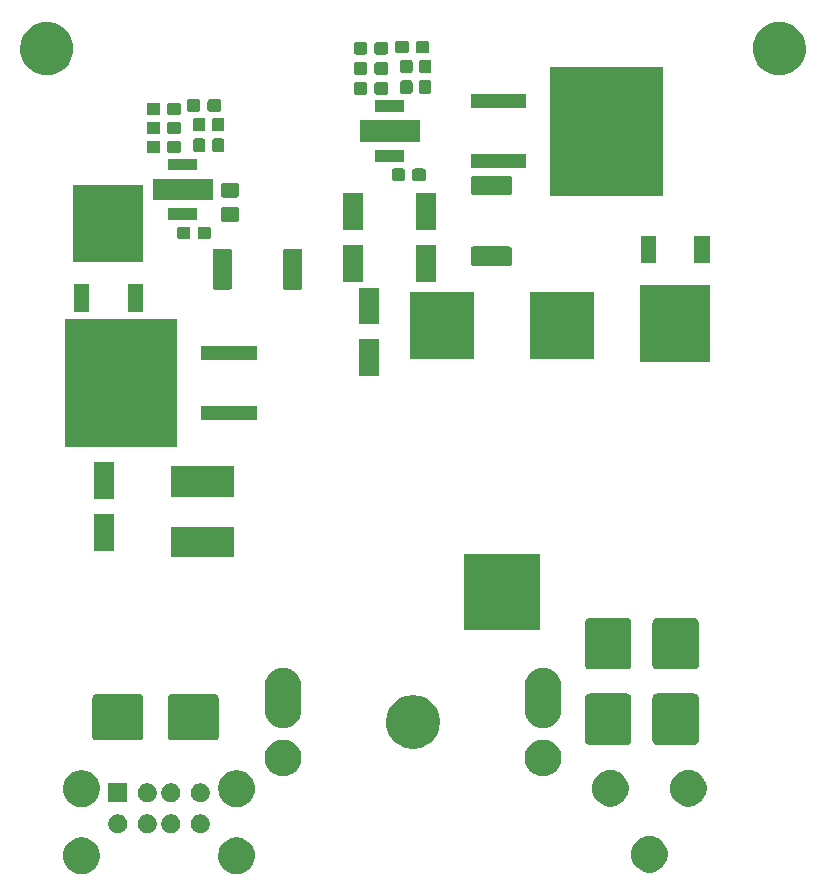
<source format=gts>
G04 #@! TF.GenerationSoftware,KiCad,Pcbnew,(5.0.1)-3*
G04 #@! TF.CreationDate,2019-05-15T20:24:53+02:00*
G04 #@! TF.ProjectId,Milwaukee_USB_charger,4D696C7761756B65655F5553425F6368,rev?*
G04 #@! TF.SameCoordinates,Original*
G04 #@! TF.FileFunction,Soldermask,Top*
G04 #@! TF.FilePolarity,Negative*
%FSLAX46Y46*%
G04 Gerber Fmt 4.6, Leading zero omitted, Abs format (unit mm)*
G04 Created by KiCad (PCBNEW (5.0.1)-3) date 15-May-19 20:24:53*
%MOMM*%
%LPD*%
G01*
G04 APERTURE LIST*
%ADD10C,0.100000*%
G04 APERTURE END LIST*
D10*
G36*
X85422527Y-105818736D02*
X85522410Y-105838604D01*
X85804674Y-105955521D01*
X86058705Y-106125259D01*
X86274741Y-106341295D01*
X86444479Y-106595326D01*
X86561396Y-106877590D01*
X86561396Y-106877591D01*
X86595142Y-107047240D01*
X86621000Y-107177240D01*
X86621000Y-107482760D01*
X86561396Y-107782410D01*
X86444479Y-108064674D01*
X86274741Y-108318705D01*
X86058705Y-108534741D01*
X85804674Y-108704479D01*
X85522410Y-108821396D01*
X85422527Y-108841264D01*
X85222762Y-108881000D01*
X84917238Y-108881000D01*
X84717473Y-108841264D01*
X84617590Y-108821396D01*
X84335326Y-108704479D01*
X84081295Y-108534741D01*
X83865259Y-108318705D01*
X83695521Y-108064674D01*
X83578604Y-107782410D01*
X83519000Y-107482760D01*
X83519000Y-107177240D01*
X83544859Y-107047240D01*
X83578604Y-106877591D01*
X83578604Y-106877590D01*
X83695521Y-106595326D01*
X83865259Y-106341295D01*
X84081295Y-106125259D01*
X84335326Y-105955521D01*
X84617590Y-105838604D01*
X84717473Y-105818736D01*
X84917238Y-105779000D01*
X85222762Y-105779000D01*
X85422527Y-105818736D01*
X85422527Y-105818736D01*
G37*
G36*
X72282527Y-105818736D02*
X72382410Y-105838604D01*
X72664674Y-105955521D01*
X72918705Y-106125259D01*
X73134741Y-106341295D01*
X73304479Y-106595326D01*
X73421396Y-106877590D01*
X73421396Y-106877591D01*
X73455142Y-107047240D01*
X73481000Y-107177240D01*
X73481000Y-107482760D01*
X73421396Y-107782410D01*
X73304479Y-108064674D01*
X73134741Y-108318705D01*
X72918705Y-108534741D01*
X72664674Y-108704479D01*
X72382410Y-108821396D01*
X72282527Y-108841264D01*
X72082762Y-108881000D01*
X71777238Y-108881000D01*
X71577473Y-108841264D01*
X71477590Y-108821396D01*
X71195326Y-108704479D01*
X70941295Y-108534741D01*
X70725259Y-108318705D01*
X70555521Y-108064674D01*
X70438604Y-107782410D01*
X70379000Y-107482760D01*
X70379000Y-107177240D01*
X70404859Y-107047240D01*
X70438604Y-106877591D01*
X70438604Y-106877590D01*
X70555521Y-106595326D01*
X70725259Y-106341295D01*
X70941295Y-106125259D01*
X71195326Y-105955521D01*
X71477590Y-105838604D01*
X71577473Y-105818736D01*
X71777238Y-105779000D01*
X72082762Y-105779000D01*
X72282527Y-105818736D01*
X72282527Y-105818736D01*
G37*
G36*
X120352527Y-105688736D02*
X120452410Y-105708604D01*
X120734674Y-105825521D01*
X120988705Y-105995259D01*
X121204741Y-106211295D01*
X121374479Y-106465326D01*
X121428326Y-106595326D01*
X121491396Y-106747591D01*
X121551000Y-107047238D01*
X121551000Y-107352762D01*
X121525141Y-107482762D01*
X121491396Y-107652410D01*
X121374479Y-107934674D01*
X121204741Y-108188705D01*
X120988705Y-108404741D01*
X120734674Y-108574479D01*
X120452410Y-108691396D01*
X120386637Y-108704479D01*
X120152762Y-108751000D01*
X119847238Y-108751000D01*
X119613363Y-108704479D01*
X119547590Y-108691396D01*
X119265326Y-108574479D01*
X119011295Y-108404741D01*
X118795259Y-108188705D01*
X118625521Y-107934674D01*
X118508604Y-107652410D01*
X118474859Y-107482762D01*
X118449000Y-107352762D01*
X118449000Y-107047238D01*
X118508604Y-106747591D01*
X118571674Y-106595326D01*
X118625521Y-106465326D01*
X118795259Y-106211295D01*
X119011295Y-105995259D01*
X119265326Y-105825521D01*
X119547590Y-105708604D01*
X119647473Y-105688736D01*
X119847238Y-105649000D01*
X120152762Y-105649000D01*
X120352527Y-105688736D01*
X120352527Y-105688736D01*
G37*
G36*
X77733643Y-103849781D02*
X77879415Y-103910162D01*
X78010611Y-103997824D01*
X78122176Y-104109389D01*
X78209838Y-104240585D01*
X78270219Y-104386357D01*
X78301000Y-104541107D01*
X78301000Y-104698893D01*
X78270219Y-104853643D01*
X78209838Y-104999415D01*
X78122176Y-105130611D01*
X78010611Y-105242176D01*
X77879415Y-105329838D01*
X77733643Y-105390219D01*
X77578893Y-105421000D01*
X77421107Y-105421000D01*
X77266357Y-105390219D01*
X77120585Y-105329838D01*
X76989389Y-105242176D01*
X76877824Y-105130611D01*
X76790162Y-104999415D01*
X76729781Y-104853643D01*
X76699000Y-104698893D01*
X76699000Y-104541107D01*
X76729781Y-104386357D01*
X76790162Y-104240585D01*
X76877824Y-104109389D01*
X76989389Y-103997824D01*
X77120585Y-103910162D01*
X77266357Y-103849781D01*
X77421107Y-103819000D01*
X77578893Y-103819000D01*
X77733643Y-103849781D01*
X77733643Y-103849781D01*
G37*
G36*
X82233643Y-103849781D02*
X82379415Y-103910162D01*
X82510611Y-103997824D01*
X82622176Y-104109389D01*
X82709838Y-104240585D01*
X82770219Y-104386357D01*
X82801000Y-104541107D01*
X82801000Y-104698893D01*
X82770219Y-104853643D01*
X82709838Y-104999415D01*
X82622176Y-105130611D01*
X82510611Y-105242176D01*
X82379415Y-105329838D01*
X82233643Y-105390219D01*
X82078893Y-105421000D01*
X81921107Y-105421000D01*
X81766357Y-105390219D01*
X81620585Y-105329838D01*
X81489389Y-105242176D01*
X81377824Y-105130611D01*
X81290162Y-104999415D01*
X81229781Y-104853643D01*
X81199000Y-104698893D01*
X81199000Y-104541107D01*
X81229781Y-104386357D01*
X81290162Y-104240585D01*
X81377824Y-104109389D01*
X81489389Y-103997824D01*
X81620585Y-103910162D01*
X81766357Y-103849781D01*
X81921107Y-103819000D01*
X82078893Y-103819000D01*
X82233643Y-103849781D01*
X82233643Y-103849781D01*
G37*
G36*
X75233643Y-103849781D02*
X75379415Y-103910162D01*
X75510611Y-103997824D01*
X75622176Y-104109389D01*
X75709838Y-104240585D01*
X75770219Y-104386357D01*
X75801000Y-104541107D01*
X75801000Y-104698893D01*
X75770219Y-104853643D01*
X75709838Y-104999415D01*
X75622176Y-105130611D01*
X75510611Y-105242176D01*
X75379415Y-105329838D01*
X75233643Y-105390219D01*
X75078893Y-105421000D01*
X74921107Y-105421000D01*
X74766357Y-105390219D01*
X74620585Y-105329838D01*
X74489389Y-105242176D01*
X74377824Y-105130611D01*
X74290162Y-104999415D01*
X74229781Y-104853643D01*
X74199000Y-104698893D01*
X74199000Y-104541107D01*
X74229781Y-104386357D01*
X74290162Y-104240585D01*
X74377824Y-104109389D01*
X74489389Y-103997824D01*
X74620585Y-103910162D01*
X74766357Y-103849781D01*
X74921107Y-103819000D01*
X75078893Y-103819000D01*
X75233643Y-103849781D01*
X75233643Y-103849781D01*
G37*
G36*
X79733643Y-103849781D02*
X79879415Y-103910162D01*
X80010611Y-103997824D01*
X80122176Y-104109389D01*
X80209838Y-104240585D01*
X80270219Y-104386357D01*
X80301000Y-104541107D01*
X80301000Y-104698893D01*
X80270219Y-104853643D01*
X80209838Y-104999415D01*
X80122176Y-105130611D01*
X80010611Y-105242176D01*
X79879415Y-105329838D01*
X79733643Y-105390219D01*
X79578893Y-105421000D01*
X79421107Y-105421000D01*
X79266357Y-105390219D01*
X79120585Y-105329838D01*
X78989389Y-105242176D01*
X78877824Y-105130611D01*
X78790162Y-104999415D01*
X78729781Y-104853643D01*
X78699000Y-104698893D01*
X78699000Y-104541107D01*
X78729781Y-104386357D01*
X78790162Y-104240585D01*
X78877824Y-104109389D01*
X78989389Y-103997824D01*
X79120585Y-103910162D01*
X79266357Y-103849781D01*
X79421107Y-103819000D01*
X79578893Y-103819000D01*
X79733643Y-103849781D01*
X79733643Y-103849781D01*
G37*
G36*
X85422527Y-100138736D02*
X85522410Y-100158604D01*
X85804674Y-100275521D01*
X86058705Y-100445259D01*
X86274741Y-100661295D01*
X86444479Y-100915326D01*
X86545656Y-101159591D01*
X86561396Y-101197591D01*
X86621000Y-101497238D01*
X86621000Y-101802762D01*
X86597459Y-101921108D01*
X86561396Y-102102410D01*
X86444479Y-102384674D01*
X86274741Y-102638705D01*
X86058705Y-102854741D01*
X85804674Y-103024479D01*
X85522410Y-103141396D01*
X85422527Y-103161264D01*
X85222762Y-103201000D01*
X84917238Y-103201000D01*
X84717473Y-103161264D01*
X84617590Y-103141396D01*
X84335326Y-103024479D01*
X84081295Y-102854741D01*
X83865259Y-102638705D01*
X83695521Y-102384674D01*
X83578604Y-102102410D01*
X83542541Y-101921108D01*
X83519000Y-101802762D01*
X83519000Y-101497238D01*
X83578604Y-101197591D01*
X83594344Y-101159591D01*
X83695521Y-100915326D01*
X83865259Y-100661295D01*
X84081295Y-100445259D01*
X84335326Y-100275521D01*
X84617590Y-100158604D01*
X84717473Y-100138736D01*
X84917238Y-100099000D01*
X85222762Y-100099000D01*
X85422527Y-100138736D01*
X85422527Y-100138736D01*
G37*
G36*
X72282527Y-100138736D02*
X72382410Y-100158604D01*
X72664674Y-100275521D01*
X72918705Y-100445259D01*
X73134741Y-100661295D01*
X73304479Y-100915326D01*
X73405656Y-101159591D01*
X73421396Y-101197591D01*
X73481000Y-101497238D01*
X73481000Y-101802762D01*
X73457459Y-101921108D01*
X73421396Y-102102410D01*
X73304479Y-102384674D01*
X73134741Y-102638705D01*
X72918705Y-102854741D01*
X72664674Y-103024479D01*
X72382410Y-103141396D01*
X72282527Y-103161264D01*
X72082762Y-103201000D01*
X71777238Y-103201000D01*
X71577473Y-103161264D01*
X71477590Y-103141396D01*
X71195326Y-103024479D01*
X70941295Y-102854741D01*
X70725259Y-102638705D01*
X70555521Y-102384674D01*
X70438604Y-102102410D01*
X70402541Y-101921108D01*
X70379000Y-101802762D01*
X70379000Y-101497238D01*
X70438604Y-101197591D01*
X70454344Y-101159591D01*
X70555521Y-100915326D01*
X70725259Y-100661295D01*
X70941295Y-100445259D01*
X71195326Y-100275521D01*
X71477590Y-100158604D01*
X71577473Y-100138736D01*
X71777238Y-100099000D01*
X72082762Y-100099000D01*
X72282527Y-100138736D01*
X72282527Y-100138736D01*
G37*
G36*
X117041799Y-100099000D02*
X117150410Y-100120604D01*
X117432674Y-100237521D01*
X117686705Y-100407259D01*
X117902741Y-100623295D01*
X118072479Y-100877326D01*
X118189396Y-101159590D01*
X118189396Y-101159591D01*
X118249000Y-101459238D01*
X118249000Y-101764762D01*
X118209264Y-101964527D01*
X118189396Y-102064410D01*
X118072479Y-102346674D01*
X117902741Y-102600705D01*
X117686705Y-102816741D01*
X117432674Y-102986479D01*
X117150410Y-103103396D01*
X117050527Y-103123264D01*
X116850762Y-103163000D01*
X116545238Y-103163000D01*
X116345473Y-103123264D01*
X116245590Y-103103396D01*
X115963326Y-102986479D01*
X115709295Y-102816741D01*
X115493259Y-102600705D01*
X115323521Y-102346674D01*
X115206604Y-102064410D01*
X115186736Y-101964527D01*
X115147000Y-101764762D01*
X115147000Y-101459238D01*
X115206604Y-101159591D01*
X115206604Y-101159590D01*
X115323521Y-100877326D01*
X115493259Y-100623295D01*
X115709295Y-100407259D01*
X115963326Y-100237521D01*
X116245590Y-100120604D01*
X116354201Y-100099000D01*
X116545238Y-100061000D01*
X116850762Y-100061000D01*
X117041799Y-100099000D01*
X117041799Y-100099000D01*
G37*
G36*
X123645799Y-100099000D02*
X123754410Y-100120604D01*
X124036674Y-100237521D01*
X124290705Y-100407259D01*
X124506741Y-100623295D01*
X124676479Y-100877326D01*
X124793396Y-101159590D01*
X124793396Y-101159591D01*
X124853000Y-101459238D01*
X124853000Y-101764762D01*
X124813264Y-101964527D01*
X124793396Y-102064410D01*
X124676479Y-102346674D01*
X124506741Y-102600705D01*
X124290705Y-102816741D01*
X124036674Y-102986479D01*
X123754410Y-103103396D01*
X123654527Y-103123264D01*
X123454762Y-103163000D01*
X123149238Y-103163000D01*
X122949473Y-103123264D01*
X122849590Y-103103396D01*
X122567326Y-102986479D01*
X122313295Y-102816741D01*
X122097259Y-102600705D01*
X121927521Y-102346674D01*
X121810604Y-102064410D01*
X121790736Y-101964527D01*
X121751000Y-101764762D01*
X121751000Y-101459238D01*
X121810604Y-101159591D01*
X121810604Y-101159590D01*
X121927521Y-100877326D01*
X122097259Y-100623295D01*
X122313295Y-100407259D01*
X122567326Y-100237521D01*
X122849590Y-100120604D01*
X122958201Y-100099000D01*
X123149238Y-100061000D01*
X123454762Y-100061000D01*
X123645799Y-100099000D01*
X123645799Y-100099000D01*
G37*
G36*
X82233643Y-101229781D02*
X82379415Y-101290162D01*
X82510611Y-101377824D01*
X82622176Y-101489389D01*
X82709838Y-101620585D01*
X82770219Y-101766357D01*
X82801000Y-101921107D01*
X82801000Y-102078893D01*
X82770219Y-102233643D01*
X82709838Y-102379415D01*
X82622176Y-102510611D01*
X82510611Y-102622176D01*
X82379415Y-102709838D01*
X82233643Y-102770219D01*
X82078893Y-102801000D01*
X81921107Y-102801000D01*
X81766357Y-102770219D01*
X81620585Y-102709838D01*
X81489389Y-102622176D01*
X81377824Y-102510611D01*
X81290162Y-102379415D01*
X81229781Y-102233643D01*
X81199000Y-102078893D01*
X81199000Y-101921107D01*
X81229781Y-101766357D01*
X81290162Y-101620585D01*
X81377824Y-101489389D01*
X81489389Y-101377824D01*
X81620585Y-101290162D01*
X81766357Y-101229781D01*
X81921107Y-101199000D01*
X82078893Y-101199000D01*
X82233643Y-101229781D01*
X82233643Y-101229781D01*
G37*
G36*
X79733643Y-101229781D02*
X79879415Y-101290162D01*
X80010611Y-101377824D01*
X80122176Y-101489389D01*
X80209838Y-101620585D01*
X80270219Y-101766357D01*
X80301000Y-101921107D01*
X80301000Y-102078893D01*
X80270219Y-102233643D01*
X80209838Y-102379415D01*
X80122176Y-102510611D01*
X80010611Y-102622176D01*
X79879415Y-102709838D01*
X79733643Y-102770219D01*
X79578893Y-102801000D01*
X79421107Y-102801000D01*
X79266357Y-102770219D01*
X79120585Y-102709838D01*
X78989389Y-102622176D01*
X78877824Y-102510611D01*
X78790162Y-102379415D01*
X78729781Y-102233643D01*
X78699000Y-102078893D01*
X78699000Y-101921107D01*
X78729781Y-101766357D01*
X78790162Y-101620585D01*
X78877824Y-101489389D01*
X78989389Y-101377824D01*
X79120585Y-101290162D01*
X79266357Y-101229781D01*
X79421107Y-101199000D01*
X79578893Y-101199000D01*
X79733643Y-101229781D01*
X79733643Y-101229781D01*
G37*
G36*
X77733643Y-101229781D02*
X77879415Y-101290162D01*
X78010611Y-101377824D01*
X78122176Y-101489389D01*
X78209838Y-101620585D01*
X78270219Y-101766357D01*
X78301000Y-101921107D01*
X78301000Y-102078893D01*
X78270219Y-102233643D01*
X78209838Y-102379415D01*
X78122176Y-102510611D01*
X78010611Y-102622176D01*
X77879415Y-102709838D01*
X77733643Y-102770219D01*
X77578893Y-102801000D01*
X77421107Y-102801000D01*
X77266357Y-102770219D01*
X77120585Y-102709838D01*
X76989389Y-102622176D01*
X76877824Y-102510611D01*
X76790162Y-102379415D01*
X76729781Y-102233643D01*
X76699000Y-102078893D01*
X76699000Y-101921107D01*
X76729781Y-101766357D01*
X76790162Y-101620585D01*
X76877824Y-101489389D01*
X76989389Y-101377824D01*
X77120585Y-101290162D01*
X77266357Y-101229781D01*
X77421107Y-101199000D01*
X77578893Y-101199000D01*
X77733643Y-101229781D01*
X77733643Y-101229781D01*
G37*
G36*
X75801000Y-102801000D02*
X74199000Y-102801000D01*
X74199000Y-101199000D01*
X75801000Y-101199000D01*
X75801000Y-102801000D01*
X75801000Y-102801000D01*
G37*
G36*
X89319100Y-97522087D02*
X89452410Y-97548604D01*
X89734674Y-97665521D01*
X89988705Y-97835259D01*
X90204741Y-98051295D01*
X90374479Y-98305326D01*
X90491396Y-98587590D01*
X90551000Y-98887240D01*
X90551000Y-99192760D01*
X90491396Y-99492410D01*
X90374479Y-99774674D01*
X90204741Y-100028705D01*
X89988705Y-100244741D01*
X89734674Y-100414479D01*
X89452410Y-100531396D01*
X89352527Y-100551264D01*
X89152762Y-100591000D01*
X88847238Y-100591000D01*
X88647473Y-100551264D01*
X88547590Y-100531396D01*
X88265326Y-100414479D01*
X88011295Y-100244741D01*
X87795259Y-100028705D01*
X87625521Y-99774674D01*
X87508604Y-99492410D01*
X87449000Y-99192760D01*
X87449000Y-98887240D01*
X87508604Y-98587590D01*
X87625521Y-98305326D01*
X87795259Y-98051295D01*
X88011295Y-97835259D01*
X88265326Y-97665521D01*
X88547590Y-97548604D01*
X88680900Y-97522087D01*
X88847238Y-97489000D01*
X89152762Y-97489000D01*
X89319100Y-97522087D01*
X89319100Y-97522087D01*
G37*
G36*
X111319100Y-97522087D02*
X111452410Y-97548604D01*
X111734674Y-97665521D01*
X111988705Y-97835259D01*
X112204741Y-98051295D01*
X112374479Y-98305326D01*
X112491396Y-98587590D01*
X112551000Y-98887240D01*
X112551000Y-99192760D01*
X112491396Y-99492410D01*
X112374479Y-99774674D01*
X112204741Y-100028705D01*
X111988705Y-100244741D01*
X111734674Y-100414479D01*
X111452410Y-100531396D01*
X111352527Y-100551264D01*
X111152762Y-100591000D01*
X110847238Y-100591000D01*
X110647473Y-100551264D01*
X110547590Y-100531396D01*
X110265326Y-100414479D01*
X110011295Y-100244741D01*
X109795259Y-100028705D01*
X109625521Y-99774674D01*
X109508604Y-99492410D01*
X109449000Y-99192760D01*
X109449000Y-98887240D01*
X109508604Y-98587590D01*
X109625521Y-98305326D01*
X109795259Y-98051295D01*
X110011295Y-97835259D01*
X110265326Y-97665521D01*
X110547590Y-97548604D01*
X110680900Y-97522087D01*
X110847238Y-97489000D01*
X111152762Y-97489000D01*
X111319100Y-97522087D01*
X111319100Y-97522087D01*
G37*
G36*
X100308445Y-93766254D02*
X100656593Y-93835504D01*
X101066249Y-94005189D01*
X101434929Y-94251534D01*
X101748466Y-94565071D01*
X101994811Y-94933751D01*
X102164496Y-95343407D01*
X102215336Y-95599000D01*
X102251000Y-95778294D01*
X102251000Y-96221706D01*
X102244209Y-96255847D01*
X102164496Y-96656593D01*
X101994811Y-97066249D01*
X101748466Y-97434929D01*
X101434929Y-97748466D01*
X101066249Y-97994811D01*
X100656593Y-98164496D01*
X100308445Y-98233746D01*
X100221706Y-98251000D01*
X99778294Y-98251000D01*
X99691555Y-98233746D01*
X99343407Y-98164496D01*
X98933751Y-97994811D01*
X98565071Y-97748466D01*
X98251534Y-97434929D01*
X98005189Y-97066249D01*
X97835504Y-96656593D01*
X97755791Y-96255847D01*
X97749000Y-96221706D01*
X97749000Y-95778294D01*
X97784664Y-95599000D01*
X97835504Y-95343407D01*
X98005189Y-94933751D01*
X98251534Y-94565071D01*
X98565071Y-94251534D01*
X98933751Y-94005189D01*
X99343407Y-93835504D01*
X99691555Y-93766254D01*
X99778294Y-93749000D01*
X100221706Y-93749000D01*
X100308445Y-93766254D01*
X100308445Y-93766254D01*
G37*
G36*
X118187840Y-93596708D02*
X118257194Y-93617746D01*
X118321102Y-93651905D01*
X118377120Y-93697880D01*
X118423095Y-93753898D01*
X118457254Y-93817806D01*
X118478292Y-93887160D01*
X118486000Y-93965419D01*
X118486000Y-97554581D01*
X118478292Y-97632840D01*
X118457254Y-97702194D01*
X118423095Y-97766102D01*
X118377120Y-97822120D01*
X118321102Y-97868095D01*
X118257194Y-97902254D01*
X118187840Y-97923292D01*
X118109581Y-97931000D01*
X114950419Y-97931000D01*
X114872160Y-97923292D01*
X114802806Y-97902254D01*
X114738898Y-97868095D01*
X114682880Y-97822120D01*
X114636905Y-97766102D01*
X114602746Y-97702194D01*
X114581708Y-97632840D01*
X114574000Y-97554581D01*
X114574000Y-93965419D01*
X114581708Y-93887160D01*
X114602746Y-93817806D01*
X114636905Y-93753898D01*
X114682880Y-93697880D01*
X114738898Y-93651905D01*
X114802806Y-93617746D01*
X114872160Y-93596708D01*
X114950419Y-93589000D01*
X118109581Y-93589000D01*
X118187840Y-93596708D01*
X118187840Y-93596708D01*
G37*
G36*
X123887840Y-93596708D02*
X123957194Y-93617746D01*
X124021102Y-93651905D01*
X124077120Y-93697880D01*
X124123095Y-93753898D01*
X124157254Y-93817806D01*
X124178292Y-93887160D01*
X124186000Y-93965419D01*
X124186000Y-97554581D01*
X124178292Y-97632840D01*
X124157254Y-97702194D01*
X124123095Y-97766102D01*
X124077120Y-97822120D01*
X124021102Y-97868095D01*
X123957194Y-97902254D01*
X123887840Y-97923292D01*
X123809581Y-97931000D01*
X120650419Y-97931000D01*
X120572160Y-97923292D01*
X120502806Y-97902254D01*
X120438898Y-97868095D01*
X120382880Y-97822120D01*
X120336905Y-97766102D01*
X120302746Y-97702194D01*
X120281708Y-97632840D01*
X120274000Y-97554581D01*
X120274000Y-93965419D01*
X120281708Y-93887160D01*
X120302746Y-93817806D01*
X120336905Y-93753898D01*
X120382880Y-93697880D01*
X120438898Y-93651905D01*
X120502806Y-93617746D01*
X120572160Y-93596708D01*
X120650419Y-93589000D01*
X123809581Y-93589000D01*
X123887840Y-93596708D01*
X123887840Y-93596708D01*
G37*
G36*
X76882840Y-93651708D02*
X76952194Y-93672746D01*
X77016102Y-93706905D01*
X77072120Y-93752880D01*
X77118095Y-93808898D01*
X77152254Y-93872806D01*
X77173292Y-93942160D01*
X77181000Y-94020419D01*
X77181000Y-97179581D01*
X77173292Y-97257840D01*
X77152254Y-97327194D01*
X77118095Y-97391102D01*
X77072120Y-97447120D01*
X77016102Y-97493095D01*
X76952194Y-97527254D01*
X76882840Y-97548292D01*
X76804581Y-97556000D01*
X73215419Y-97556000D01*
X73137160Y-97548292D01*
X73067806Y-97527254D01*
X73003898Y-97493095D01*
X72947880Y-97447120D01*
X72901905Y-97391102D01*
X72867746Y-97327194D01*
X72846708Y-97257840D01*
X72839000Y-97179581D01*
X72839000Y-94020419D01*
X72846708Y-93942160D01*
X72867746Y-93872806D01*
X72901905Y-93808898D01*
X72947880Y-93752880D01*
X73003898Y-93706905D01*
X73067806Y-93672746D01*
X73137160Y-93651708D01*
X73215419Y-93644000D01*
X76804581Y-93644000D01*
X76882840Y-93651708D01*
X76882840Y-93651708D01*
G37*
G36*
X83262840Y-93651708D02*
X83332194Y-93672746D01*
X83396102Y-93706905D01*
X83452120Y-93752880D01*
X83498095Y-93808898D01*
X83532254Y-93872806D01*
X83553292Y-93942160D01*
X83561000Y-94020419D01*
X83561000Y-97179581D01*
X83553292Y-97257840D01*
X83532254Y-97327194D01*
X83498095Y-97391102D01*
X83452120Y-97447120D01*
X83396102Y-97493095D01*
X83332194Y-97527254D01*
X83262840Y-97548292D01*
X83184581Y-97556000D01*
X79595419Y-97556000D01*
X79517160Y-97548292D01*
X79447806Y-97527254D01*
X79383898Y-97493095D01*
X79327880Y-97447120D01*
X79281905Y-97391102D01*
X79247746Y-97327194D01*
X79226708Y-97257840D01*
X79219000Y-97179581D01*
X79219000Y-94020419D01*
X79226708Y-93942160D01*
X79247746Y-93872806D01*
X79281905Y-93808898D01*
X79327880Y-93752880D01*
X79383898Y-93706905D01*
X79447806Y-93672746D01*
X79517160Y-93651708D01*
X79595419Y-93644000D01*
X83184581Y-93644000D01*
X83262840Y-93651708D01*
X83262840Y-93651708D01*
G37*
G36*
X111304049Y-91431442D02*
X111490809Y-91488095D01*
X111596415Y-91520130D01*
X111654168Y-91551000D01*
X111865858Y-91664151D01*
X112102029Y-91857971D01*
X112295849Y-92094142D01*
X112387340Y-92265310D01*
X112439870Y-92363585D01*
X112439870Y-92363586D01*
X112528558Y-92655951D01*
X112551000Y-92883810D01*
X112551000Y-95036190D01*
X112528558Y-95264049D01*
X112504485Y-95343407D01*
X112439870Y-95556415D01*
X112392713Y-95644639D01*
X112295849Y-95825858D01*
X112295847Y-95825860D01*
X112102032Y-96062026D01*
X112102030Y-96062027D01*
X112102029Y-96062029D01*
X111865857Y-96255849D01*
X111761784Y-96311477D01*
X111596414Y-96399870D01*
X111498958Y-96429433D01*
X111304048Y-96488558D01*
X111000000Y-96518504D01*
X110695951Y-96488558D01*
X110501041Y-96429433D01*
X110403585Y-96399870D01*
X110238215Y-96311477D01*
X110134142Y-96255849D01*
X109964913Y-96116967D01*
X109897974Y-96062032D01*
X109897973Y-96062030D01*
X109897971Y-96062029D01*
X109704151Y-95825857D01*
X109560131Y-95556415D01*
X109560130Y-95556414D01*
X109530567Y-95458958D01*
X109471442Y-95264048D01*
X109449000Y-95036189D01*
X109449001Y-92883810D01*
X109471443Y-92655951D01*
X109560131Y-92363586D01*
X109560131Y-92363585D01*
X109612661Y-92265310D01*
X109704152Y-92094142D01*
X109897972Y-91857971D01*
X110134143Y-91664151D01*
X110345833Y-91551000D01*
X110403586Y-91520130D01*
X110509192Y-91488095D01*
X110695952Y-91431442D01*
X111000000Y-91401496D01*
X111304049Y-91431442D01*
X111304049Y-91431442D01*
G37*
G36*
X89304049Y-91431442D02*
X89490809Y-91488095D01*
X89596415Y-91520130D01*
X89654168Y-91551000D01*
X89865858Y-91664151D01*
X90102029Y-91857971D01*
X90295849Y-92094142D01*
X90387340Y-92265310D01*
X90439870Y-92363585D01*
X90439870Y-92363586D01*
X90528558Y-92655951D01*
X90551000Y-92883810D01*
X90551000Y-95036190D01*
X90528558Y-95264049D01*
X90504485Y-95343407D01*
X90439870Y-95556415D01*
X90392713Y-95644639D01*
X90295849Y-95825858D01*
X90295847Y-95825860D01*
X90102032Y-96062026D01*
X90102030Y-96062027D01*
X90102029Y-96062029D01*
X89865857Y-96255849D01*
X89761784Y-96311477D01*
X89596414Y-96399870D01*
X89498958Y-96429433D01*
X89304048Y-96488558D01*
X89000000Y-96518504D01*
X88695951Y-96488558D01*
X88501041Y-96429433D01*
X88403585Y-96399870D01*
X88238215Y-96311477D01*
X88134142Y-96255849D01*
X87964913Y-96116967D01*
X87897974Y-96062032D01*
X87897973Y-96062030D01*
X87897971Y-96062029D01*
X87704151Y-95825857D01*
X87560131Y-95556415D01*
X87560130Y-95556414D01*
X87530567Y-95458958D01*
X87471442Y-95264048D01*
X87449000Y-95036189D01*
X87449001Y-92883810D01*
X87471443Y-92655951D01*
X87560131Y-92363586D01*
X87560131Y-92363585D01*
X87612661Y-92265310D01*
X87704152Y-92094142D01*
X87897972Y-91857971D01*
X88134143Y-91664151D01*
X88345833Y-91551000D01*
X88403586Y-91520130D01*
X88509192Y-91488095D01*
X88695952Y-91431442D01*
X89000000Y-91401496D01*
X89304049Y-91431442D01*
X89304049Y-91431442D01*
G37*
G36*
X118187840Y-87216708D02*
X118257194Y-87237746D01*
X118321102Y-87271905D01*
X118377120Y-87317880D01*
X118423095Y-87373898D01*
X118457254Y-87437806D01*
X118478292Y-87507160D01*
X118486000Y-87585419D01*
X118486000Y-91174581D01*
X118478292Y-91252840D01*
X118457254Y-91322194D01*
X118423095Y-91386102D01*
X118377120Y-91442120D01*
X118321102Y-91488095D01*
X118257194Y-91522254D01*
X118187840Y-91543292D01*
X118109581Y-91551000D01*
X114950419Y-91551000D01*
X114872160Y-91543292D01*
X114802806Y-91522254D01*
X114738898Y-91488095D01*
X114682880Y-91442120D01*
X114636905Y-91386102D01*
X114602746Y-91322194D01*
X114581708Y-91252840D01*
X114574000Y-91174581D01*
X114574000Y-87585419D01*
X114581708Y-87507160D01*
X114602746Y-87437806D01*
X114636905Y-87373898D01*
X114682880Y-87317880D01*
X114738898Y-87271905D01*
X114802806Y-87237746D01*
X114872160Y-87216708D01*
X114950419Y-87209000D01*
X118109581Y-87209000D01*
X118187840Y-87216708D01*
X118187840Y-87216708D01*
G37*
G36*
X123887840Y-87216708D02*
X123957194Y-87237746D01*
X124021102Y-87271905D01*
X124077120Y-87317880D01*
X124123095Y-87373898D01*
X124157254Y-87437806D01*
X124178292Y-87507160D01*
X124186000Y-87585419D01*
X124186000Y-91174581D01*
X124178292Y-91252840D01*
X124157254Y-91322194D01*
X124123095Y-91386102D01*
X124077120Y-91442120D01*
X124021102Y-91488095D01*
X123957194Y-91522254D01*
X123887840Y-91543292D01*
X123809581Y-91551000D01*
X120650419Y-91551000D01*
X120572160Y-91543292D01*
X120502806Y-91522254D01*
X120438898Y-91488095D01*
X120382880Y-91442120D01*
X120336905Y-91386102D01*
X120302746Y-91322194D01*
X120281708Y-91252840D01*
X120274000Y-91174581D01*
X120274000Y-87585419D01*
X120281708Y-87507160D01*
X120302746Y-87437806D01*
X120336905Y-87373898D01*
X120382880Y-87317880D01*
X120438898Y-87271905D01*
X120502806Y-87237746D01*
X120572160Y-87216708D01*
X120650419Y-87209000D01*
X123809581Y-87209000D01*
X123887840Y-87216708D01*
X123887840Y-87216708D01*
G37*
G36*
X110756000Y-88181000D02*
X104304000Y-88181000D01*
X104304000Y-81799000D01*
X110756000Y-81799000D01*
X110756000Y-88181000D01*
X110756000Y-88181000D01*
G37*
G36*
X84871000Y-82056000D02*
X79529000Y-82056000D01*
X79529000Y-79454000D01*
X84871000Y-79454000D01*
X84871000Y-82056000D01*
X84871000Y-82056000D01*
G37*
G36*
X74711759Y-81522239D02*
X73009759Y-81522239D01*
X73009759Y-78420239D01*
X74711759Y-78420239D01*
X74711759Y-81522239D01*
X74711759Y-81522239D01*
G37*
G36*
X74711759Y-77122239D02*
X73009759Y-77122239D01*
X73009759Y-74020239D01*
X74711759Y-74020239D01*
X74711759Y-77122239D01*
X74711759Y-77122239D01*
G37*
G36*
X84871000Y-76946000D02*
X79529000Y-76946000D01*
X79529000Y-74344000D01*
X84871000Y-74344000D01*
X84871000Y-76946000D01*
X84871000Y-76946000D01*
G37*
G36*
X80036759Y-72751000D02*
X70534759Y-72751000D01*
X70534759Y-61849000D01*
X80036759Y-61849000D01*
X80036759Y-72751000D01*
X80036759Y-72751000D01*
G37*
G36*
X86786759Y-70441000D02*
X82084759Y-70441000D01*
X82084759Y-69239000D01*
X86786759Y-69239000D01*
X86786759Y-70441000D01*
X86786759Y-70441000D01*
G37*
G36*
X97111759Y-66722239D02*
X95409759Y-66722239D01*
X95409759Y-63620239D01*
X97111759Y-63620239D01*
X97111759Y-66722239D01*
X97111759Y-66722239D01*
G37*
G36*
X125151000Y-65521000D02*
X119249000Y-65521000D01*
X119249000Y-59019000D01*
X125151000Y-59019000D01*
X125151000Y-65521000D01*
X125151000Y-65521000D01*
G37*
G36*
X86786759Y-65361000D02*
X82084759Y-65361000D01*
X82084759Y-64159000D01*
X86786759Y-64159000D01*
X86786759Y-65361000D01*
X86786759Y-65361000D01*
G37*
G36*
X105171000Y-65261000D02*
X99739000Y-65261000D01*
X99739000Y-59569000D01*
X105171000Y-59569000D01*
X105171000Y-65261000D01*
X105171000Y-65261000D01*
G37*
G36*
X115321000Y-65261000D02*
X109889000Y-65261000D01*
X109889000Y-59569000D01*
X115321000Y-59569000D01*
X115321000Y-65261000D01*
X115321000Y-65261000D01*
G37*
G36*
X97111759Y-62322239D02*
X95409759Y-62322239D01*
X95409759Y-59220239D01*
X97111759Y-59220239D01*
X97111759Y-62322239D01*
X97111759Y-62322239D01*
G37*
G36*
X72571000Y-61251000D02*
X71269000Y-61251000D01*
X71269000Y-58949000D01*
X72571000Y-58949000D01*
X72571000Y-61251000D01*
X72571000Y-61251000D01*
G37*
G36*
X77131000Y-61251000D02*
X75829000Y-61251000D01*
X75829000Y-58949000D01*
X77131000Y-58949000D01*
X77131000Y-61251000D01*
X77131000Y-61251000D01*
G37*
G36*
X84508720Y-55948106D02*
X84542910Y-55958477D01*
X84574410Y-55975314D01*
X84602023Y-55997977D01*
X84624686Y-56025590D01*
X84641523Y-56057090D01*
X84651894Y-56091280D01*
X84656000Y-56132969D01*
X84656000Y-59207031D01*
X84651894Y-59248720D01*
X84641523Y-59282910D01*
X84624686Y-59314410D01*
X84602023Y-59342023D01*
X84574410Y-59364686D01*
X84542910Y-59381523D01*
X84508720Y-59391894D01*
X84467031Y-59396000D01*
X83217969Y-59396000D01*
X83176280Y-59391894D01*
X83142090Y-59381523D01*
X83110590Y-59364686D01*
X83082977Y-59342023D01*
X83060314Y-59314410D01*
X83043477Y-59282910D01*
X83033106Y-59248720D01*
X83029000Y-59207031D01*
X83029000Y-56132969D01*
X83033106Y-56091280D01*
X83043477Y-56057090D01*
X83060314Y-56025590D01*
X83082977Y-55997977D01*
X83110590Y-55975314D01*
X83142090Y-55958477D01*
X83176280Y-55948106D01*
X83217969Y-55944000D01*
X84467031Y-55944000D01*
X84508720Y-55948106D01*
X84508720Y-55948106D01*
G37*
G36*
X90483821Y-55948103D02*
X90517982Y-55958466D01*
X90549464Y-55975293D01*
X90577060Y-55997940D01*
X90599707Y-56025536D01*
X90616534Y-56057018D01*
X90626897Y-56091179D01*
X90631000Y-56132842D01*
X90631000Y-59207158D01*
X90626897Y-59248821D01*
X90616534Y-59282982D01*
X90599707Y-59314464D01*
X90577060Y-59342060D01*
X90549464Y-59364707D01*
X90517982Y-59381534D01*
X90483821Y-59391897D01*
X90442158Y-59396000D01*
X89192842Y-59396000D01*
X89151179Y-59391897D01*
X89117018Y-59381534D01*
X89085536Y-59364707D01*
X89057940Y-59342060D01*
X89035293Y-59314464D01*
X89018466Y-59282982D01*
X89008103Y-59248821D01*
X89004000Y-59207158D01*
X89004000Y-56132842D01*
X89008103Y-56091179D01*
X89018466Y-56057018D01*
X89035293Y-56025536D01*
X89057940Y-55997940D01*
X89085536Y-55975293D01*
X89117018Y-55958466D01*
X89151179Y-55948103D01*
X89192842Y-55944000D01*
X90442158Y-55944000D01*
X90483821Y-55948103D01*
X90483821Y-55948103D01*
G37*
G36*
X95781000Y-58751000D02*
X94079000Y-58751000D01*
X94079000Y-55649000D01*
X95781000Y-55649000D01*
X95781000Y-58751000D01*
X95781000Y-58751000D01*
G37*
G36*
X101981000Y-58721000D02*
X100279000Y-58721000D01*
X100279000Y-55619000D01*
X101981000Y-55619000D01*
X101981000Y-58721000D01*
X101981000Y-58721000D01*
G37*
G36*
X108208821Y-55748103D02*
X108242982Y-55758466D01*
X108274464Y-55775293D01*
X108302060Y-55797940D01*
X108324707Y-55825536D01*
X108341534Y-55857018D01*
X108351897Y-55891179D01*
X108356000Y-55932842D01*
X108356000Y-57182158D01*
X108351897Y-57223821D01*
X108341534Y-57257982D01*
X108324707Y-57289464D01*
X108302060Y-57317060D01*
X108274464Y-57339707D01*
X108242982Y-57356534D01*
X108208821Y-57366897D01*
X108167158Y-57371000D01*
X105092842Y-57371000D01*
X105051179Y-57366897D01*
X105017018Y-57356534D01*
X104985536Y-57339707D01*
X104957940Y-57317060D01*
X104935293Y-57289464D01*
X104918466Y-57257982D01*
X104908103Y-57223821D01*
X104904000Y-57182158D01*
X104904000Y-55932842D01*
X104908103Y-55891179D01*
X104918466Y-55857018D01*
X104935293Y-55825536D01*
X104957940Y-55797940D01*
X104985536Y-55775293D01*
X105017018Y-55758466D01*
X105051179Y-55748103D01*
X105092842Y-55744000D01*
X108167158Y-55744000D01*
X108208821Y-55748103D01*
X108208821Y-55748103D01*
G37*
G36*
X120571000Y-57121000D02*
X119269000Y-57121000D01*
X119269000Y-54819000D01*
X120571000Y-54819000D01*
X120571000Y-57121000D01*
X120571000Y-57121000D01*
G37*
G36*
X125131000Y-57121000D02*
X123829000Y-57121000D01*
X123829000Y-54819000D01*
X125131000Y-54819000D01*
X125131000Y-57121000D01*
X125131000Y-57121000D01*
G37*
G36*
X77151000Y-57051000D02*
X71249000Y-57051000D01*
X71249000Y-50549000D01*
X77151000Y-50549000D01*
X77151000Y-57051000D01*
X77151000Y-57051000D01*
G37*
G36*
X82750258Y-54078445D02*
X82787752Y-54089819D01*
X82822316Y-54108294D01*
X82852606Y-54133153D01*
X82877465Y-54163443D01*
X82895940Y-54198007D01*
X82907314Y-54235501D01*
X82911759Y-54280638D01*
X82911759Y-54919362D01*
X82907314Y-54964499D01*
X82895940Y-55001993D01*
X82877465Y-55036557D01*
X82852606Y-55066847D01*
X82822316Y-55091706D01*
X82787752Y-55110181D01*
X82750258Y-55121555D01*
X82705121Y-55126000D01*
X81966397Y-55126000D01*
X81921260Y-55121555D01*
X81883766Y-55110181D01*
X81849202Y-55091706D01*
X81818912Y-55066847D01*
X81794053Y-55036557D01*
X81775578Y-55001993D01*
X81764204Y-54964499D01*
X81759759Y-54919362D01*
X81759759Y-54280638D01*
X81764204Y-54235501D01*
X81775578Y-54198007D01*
X81794053Y-54163443D01*
X81818912Y-54133153D01*
X81849202Y-54108294D01*
X81883766Y-54089819D01*
X81921260Y-54078445D01*
X81966397Y-54074000D01*
X82705121Y-54074000D01*
X82750258Y-54078445D01*
X82750258Y-54078445D01*
G37*
G36*
X81000258Y-54078445D02*
X81037752Y-54089819D01*
X81072316Y-54108294D01*
X81102606Y-54133153D01*
X81127465Y-54163443D01*
X81145940Y-54198007D01*
X81157314Y-54235501D01*
X81161759Y-54280638D01*
X81161759Y-54919362D01*
X81157314Y-54964499D01*
X81145940Y-55001993D01*
X81127465Y-55036557D01*
X81102606Y-55066847D01*
X81072316Y-55091706D01*
X81037752Y-55110181D01*
X81000258Y-55121555D01*
X80955121Y-55126000D01*
X80216397Y-55126000D01*
X80171260Y-55121555D01*
X80133766Y-55110181D01*
X80099202Y-55091706D01*
X80068912Y-55066847D01*
X80044053Y-55036557D01*
X80025578Y-55001993D01*
X80014204Y-54964499D01*
X80009759Y-54919362D01*
X80009759Y-54280638D01*
X80014204Y-54235501D01*
X80025578Y-54198007D01*
X80044053Y-54163443D01*
X80068912Y-54133153D01*
X80099202Y-54108294D01*
X80133766Y-54089819D01*
X80171260Y-54078445D01*
X80216397Y-54074000D01*
X80955121Y-54074000D01*
X81000258Y-54078445D01*
X81000258Y-54078445D01*
G37*
G36*
X95781000Y-54351000D02*
X94079000Y-54351000D01*
X94079000Y-51249000D01*
X95781000Y-51249000D01*
X95781000Y-54351000D01*
X95781000Y-54351000D01*
G37*
G36*
X101981000Y-54321000D02*
X100279000Y-54321000D01*
X100279000Y-51219000D01*
X101981000Y-51219000D01*
X101981000Y-54321000D01*
X101981000Y-54321000D01*
G37*
G36*
X85089148Y-52403454D02*
X85126732Y-52414855D01*
X85161362Y-52433366D01*
X85191720Y-52458280D01*
X85216634Y-52488638D01*
X85235145Y-52523268D01*
X85246546Y-52560852D01*
X85251000Y-52606075D01*
X85251000Y-53443925D01*
X85246546Y-53489148D01*
X85235145Y-53526732D01*
X85216634Y-53561362D01*
X85191720Y-53591720D01*
X85161362Y-53616634D01*
X85126732Y-53635145D01*
X85089148Y-53646546D01*
X85043925Y-53651000D01*
X83956075Y-53651000D01*
X83910852Y-53646546D01*
X83873268Y-53635145D01*
X83838638Y-53616634D01*
X83808280Y-53591720D01*
X83783366Y-53561362D01*
X83764855Y-53526732D01*
X83753454Y-53489148D01*
X83749000Y-53443925D01*
X83749000Y-52606075D01*
X83753454Y-52560852D01*
X83764855Y-52523268D01*
X83783366Y-52488638D01*
X83808280Y-52458280D01*
X83838638Y-52433366D01*
X83873268Y-52414855D01*
X83910852Y-52403454D01*
X83956075Y-52399000D01*
X85043925Y-52399000D01*
X85089148Y-52403454D01*
X85089148Y-52403454D01*
G37*
G36*
X81736000Y-53501000D02*
X79264000Y-53501000D01*
X79264000Y-52509000D01*
X81736000Y-52509000D01*
X81736000Y-53501000D01*
X81736000Y-53501000D01*
G37*
G36*
X83051000Y-51791000D02*
X77949000Y-51791000D01*
X77949000Y-50009000D01*
X83051000Y-50009000D01*
X83051000Y-51791000D01*
X83051000Y-51791000D01*
G37*
G36*
X85089148Y-50353454D02*
X85126732Y-50364855D01*
X85161362Y-50383366D01*
X85191720Y-50408280D01*
X85216634Y-50438638D01*
X85235145Y-50473268D01*
X85246546Y-50510852D01*
X85251000Y-50556075D01*
X85251000Y-51393925D01*
X85246546Y-51439148D01*
X85235145Y-51476732D01*
X85216634Y-51511362D01*
X85191720Y-51541720D01*
X85161362Y-51566634D01*
X85126732Y-51585145D01*
X85089148Y-51596546D01*
X85043925Y-51601000D01*
X83956075Y-51601000D01*
X83910852Y-51596546D01*
X83873268Y-51585145D01*
X83838638Y-51566634D01*
X83808280Y-51541720D01*
X83783366Y-51511362D01*
X83764855Y-51476732D01*
X83753454Y-51439148D01*
X83749000Y-51393925D01*
X83749000Y-50556075D01*
X83753454Y-50510852D01*
X83764855Y-50473268D01*
X83783366Y-50438638D01*
X83808280Y-50408280D01*
X83838638Y-50383366D01*
X83873268Y-50364855D01*
X83910852Y-50353454D01*
X83956075Y-50349000D01*
X85043925Y-50349000D01*
X85089148Y-50353454D01*
X85089148Y-50353454D01*
G37*
G36*
X121126000Y-51451000D02*
X111624000Y-51451000D01*
X111624000Y-40549000D01*
X121126000Y-40549000D01*
X121126000Y-51451000D01*
X121126000Y-51451000D01*
G37*
G36*
X108208821Y-49773103D02*
X108242982Y-49783466D01*
X108274464Y-49800293D01*
X108302060Y-49822940D01*
X108324707Y-49850536D01*
X108341534Y-49882018D01*
X108351897Y-49916179D01*
X108356000Y-49957842D01*
X108356000Y-51207158D01*
X108351897Y-51248821D01*
X108341534Y-51282982D01*
X108324707Y-51314464D01*
X108302060Y-51342060D01*
X108274464Y-51364707D01*
X108242982Y-51381534D01*
X108208821Y-51391897D01*
X108167158Y-51396000D01*
X105092842Y-51396000D01*
X105051179Y-51391897D01*
X105017018Y-51381534D01*
X104985536Y-51364707D01*
X104957940Y-51342060D01*
X104935293Y-51314464D01*
X104918466Y-51282982D01*
X104908103Y-51248821D01*
X104904000Y-51207158D01*
X104904000Y-49957842D01*
X104908103Y-49916179D01*
X104918466Y-49882018D01*
X104935293Y-49850536D01*
X104957940Y-49822940D01*
X104985536Y-49800293D01*
X105017018Y-49783466D01*
X105051179Y-49773103D01*
X105092842Y-49769000D01*
X108167158Y-49769000D01*
X108208821Y-49773103D01*
X108208821Y-49773103D01*
G37*
G36*
X99175258Y-49144684D02*
X99212752Y-49156058D01*
X99247316Y-49174533D01*
X99277606Y-49199392D01*
X99302465Y-49229682D01*
X99320940Y-49264246D01*
X99332314Y-49301740D01*
X99336759Y-49346877D01*
X99336759Y-49985601D01*
X99332314Y-50030738D01*
X99320940Y-50068232D01*
X99302465Y-50102796D01*
X99277606Y-50133086D01*
X99247316Y-50157945D01*
X99212752Y-50176420D01*
X99175258Y-50187794D01*
X99130121Y-50192239D01*
X98391397Y-50192239D01*
X98346260Y-50187794D01*
X98308766Y-50176420D01*
X98274202Y-50157945D01*
X98243912Y-50133086D01*
X98219053Y-50102796D01*
X98200578Y-50068232D01*
X98189204Y-50030738D01*
X98184759Y-49985601D01*
X98184759Y-49346877D01*
X98189204Y-49301740D01*
X98200578Y-49264246D01*
X98219053Y-49229682D01*
X98243912Y-49199392D01*
X98274202Y-49174533D01*
X98308766Y-49156058D01*
X98346260Y-49144684D01*
X98391397Y-49140239D01*
X99130121Y-49140239D01*
X99175258Y-49144684D01*
X99175258Y-49144684D01*
G37*
G36*
X100925258Y-49144684D02*
X100962752Y-49156058D01*
X100997316Y-49174533D01*
X101027606Y-49199392D01*
X101052465Y-49229682D01*
X101070940Y-49264246D01*
X101082314Y-49301740D01*
X101086759Y-49346877D01*
X101086759Y-49985601D01*
X101082314Y-50030738D01*
X101070940Y-50068232D01*
X101052465Y-50102796D01*
X101027606Y-50133086D01*
X100997316Y-50157945D01*
X100962752Y-50176420D01*
X100925258Y-50187794D01*
X100880121Y-50192239D01*
X100141397Y-50192239D01*
X100096260Y-50187794D01*
X100058766Y-50176420D01*
X100024202Y-50157945D01*
X99993912Y-50133086D01*
X99969053Y-50102796D01*
X99950578Y-50068232D01*
X99939204Y-50030738D01*
X99934759Y-49985601D01*
X99934759Y-49346877D01*
X99939204Y-49301740D01*
X99950578Y-49264246D01*
X99969053Y-49229682D01*
X99993912Y-49199392D01*
X100024202Y-49174533D01*
X100058766Y-49156058D01*
X100096260Y-49144684D01*
X100141397Y-49140239D01*
X100880121Y-49140239D01*
X100925258Y-49144684D01*
X100925258Y-49144684D01*
G37*
G36*
X81736000Y-49291000D02*
X79264000Y-49291000D01*
X79264000Y-48299000D01*
X81736000Y-48299000D01*
X81736000Y-49291000D01*
X81736000Y-49291000D01*
G37*
G36*
X109576000Y-49141000D02*
X104874000Y-49141000D01*
X104874000Y-47939000D01*
X109576000Y-47939000D01*
X109576000Y-49141000D01*
X109576000Y-49141000D01*
G37*
G36*
X99271759Y-48567239D02*
X96799759Y-48567239D01*
X96799759Y-47575239D01*
X99271759Y-47575239D01*
X99271759Y-48567239D01*
X99271759Y-48567239D01*
G37*
G36*
X80189499Y-46778445D02*
X80226993Y-46789819D01*
X80261557Y-46808294D01*
X80291847Y-46833153D01*
X80316706Y-46863443D01*
X80335181Y-46898007D01*
X80346555Y-46935501D01*
X80351000Y-46980638D01*
X80351000Y-47619362D01*
X80346555Y-47664499D01*
X80335181Y-47701993D01*
X80316706Y-47736557D01*
X80291847Y-47766847D01*
X80261557Y-47791706D01*
X80226993Y-47810181D01*
X80189499Y-47821555D01*
X80144362Y-47826000D01*
X79405638Y-47826000D01*
X79360501Y-47821555D01*
X79323007Y-47810181D01*
X79288443Y-47791706D01*
X79258153Y-47766847D01*
X79233294Y-47736557D01*
X79214819Y-47701993D01*
X79203445Y-47664499D01*
X79199000Y-47619362D01*
X79199000Y-46980638D01*
X79203445Y-46935501D01*
X79214819Y-46898007D01*
X79233294Y-46863443D01*
X79258153Y-46833153D01*
X79288443Y-46808294D01*
X79323007Y-46789819D01*
X79360501Y-46778445D01*
X79405638Y-46774000D01*
X80144362Y-46774000D01*
X80189499Y-46778445D01*
X80189499Y-46778445D01*
G37*
G36*
X78439499Y-46778445D02*
X78476993Y-46789819D01*
X78511557Y-46808294D01*
X78541847Y-46833153D01*
X78566706Y-46863443D01*
X78585181Y-46898007D01*
X78596555Y-46935501D01*
X78601000Y-46980638D01*
X78601000Y-47619362D01*
X78596555Y-47664499D01*
X78585181Y-47701993D01*
X78566706Y-47736557D01*
X78541847Y-47766847D01*
X78511557Y-47791706D01*
X78476993Y-47810181D01*
X78439499Y-47821555D01*
X78394362Y-47826000D01*
X77655638Y-47826000D01*
X77610501Y-47821555D01*
X77573007Y-47810181D01*
X77538443Y-47791706D01*
X77508153Y-47766847D01*
X77483294Y-47736557D01*
X77464819Y-47701993D01*
X77453445Y-47664499D01*
X77449000Y-47619362D01*
X77449000Y-46980638D01*
X77453445Y-46935501D01*
X77464819Y-46898007D01*
X77483294Y-46863443D01*
X77508153Y-46833153D01*
X77538443Y-46808294D01*
X77573007Y-46789819D01*
X77610501Y-46778445D01*
X77655638Y-46774000D01*
X78394362Y-46774000D01*
X78439499Y-46778445D01*
X78439499Y-46778445D01*
G37*
G36*
X83864499Y-46603445D02*
X83901993Y-46614819D01*
X83936557Y-46633294D01*
X83966847Y-46658153D01*
X83991706Y-46688443D01*
X84010181Y-46723007D01*
X84021555Y-46760501D01*
X84026000Y-46805638D01*
X84026000Y-47544362D01*
X84021555Y-47589499D01*
X84010181Y-47626993D01*
X83991706Y-47661557D01*
X83966847Y-47691847D01*
X83936557Y-47716706D01*
X83901993Y-47735181D01*
X83864499Y-47746555D01*
X83819362Y-47751000D01*
X83180638Y-47751000D01*
X83135501Y-47746555D01*
X83098007Y-47735181D01*
X83063443Y-47716706D01*
X83033153Y-47691847D01*
X83008294Y-47661557D01*
X82989819Y-47626993D01*
X82978445Y-47589499D01*
X82974000Y-47544362D01*
X82974000Y-46805638D01*
X82978445Y-46760501D01*
X82989819Y-46723007D01*
X83008294Y-46688443D01*
X83033153Y-46658153D01*
X83063443Y-46633294D01*
X83098007Y-46614819D01*
X83135501Y-46603445D01*
X83180638Y-46599000D01*
X83819362Y-46599000D01*
X83864499Y-46603445D01*
X83864499Y-46603445D01*
G37*
G36*
X82264499Y-46603445D02*
X82301993Y-46614819D01*
X82336557Y-46633294D01*
X82366847Y-46658153D01*
X82391706Y-46688443D01*
X82410181Y-46723007D01*
X82421555Y-46760501D01*
X82426000Y-46805638D01*
X82426000Y-47544362D01*
X82421555Y-47589499D01*
X82410181Y-47626993D01*
X82391706Y-47661557D01*
X82366847Y-47691847D01*
X82336557Y-47716706D01*
X82301993Y-47735181D01*
X82264499Y-47746555D01*
X82219362Y-47751000D01*
X81580638Y-47751000D01*
X81535501Y-47746555D01*
X81498007Y-47735181D01*
X81463443Y-47716706D01*
X81433153Y-47691847D01*
X81408294Y-47661557D01*
X81389819Y-47626993D01*
X81378445Y-47589499D01*
X81374000Y-47544362D01*
X81374000Y-46805638D01*
X81378445Y-46760501D01*
X81389819Y-46723007D01*
X81408294Y-46688443D01*
X81433153Y-46658153D01*
X81463443Y-46633294D01*
X81498007Y-46614819D01*
X81535501Y-46603445D01*
X81580638Y-46599000D01*
X82219362Y-46599000D01*
X82264499Y-46603445D01*
X82264499Y-46603445D01*
G37*
G36*
X100586759Y-46857239D02*
X95484759Y-46857239D01*
X95484759Y-45075239D01*
X100586759Y-45075239D01*
X100586759Y-46857239D01*
X100586759Y-46857239D01*
G37*
G36*
X80189499Y-45178445D02*
X80226993Y-45189819D01*
X80261557Y-45208294D01*
X80291847Y-45233153D01*
X80316706Y-45263443D01*
X80335181Y-45298007D01*
X80346555Y-45335501D01*
X80351000Y-45380638D01*
X80351000Y-46019362D01*
X80346555Y-46064499D01*
X80335181Y-46101993D01*
X80316706Y-46136557D01*
X80291847Y-46166847D01*
X80261557Y-46191706D01*
X80226993Y-46210181D01*
X80189499Y-46221555D01*
X80144362Y-46226000D01*
X79405638Y-46226000D01*
X79360501Y-46221555D01*
X79323007Y-46210181D01*
X79288443Y-46191706D01*
X79258153Y-46166847D01*
X79233294Y-46136557D01*
X79214819Y-46101993D01*
X79203445Y-46064499D01*
X79199000Y-46019362D01*
X79199000Y-45380638D01*
X79203445Y-45335501D01*
X79214819Y-45298007D01*
X79233294Y-45263443D01*
X79258153Y-45233153D01*
X79288443Y-45208294D01*
X79323007Y-45189819D01*
X79360501Y-45178445D01*
X79405638Y-45174000D01*
X80144362Y-45174000D01*
X80189499Y-45178445D01*
X80189499Y-45178445D01*
G37*
G36*
X78439499Y-45178445D02*
X78476993Y-45189819D01*
X78511557Y-45208294D01*
X78541847Y-45233153D01*
X78566706Y-45263443D01*
X78585181Y-45298007D01*
X78596555Y-45335501D01*
X78601000Y-45380638D01*
X78601000Y-46019362D01*
X78596555Y-46064499D01*
X78585181Y-46101993D01*
X78566706Y-46136557D01*
X78541847Y-46166847D01*
X78511557Y-46191706D01*
X78476993Y-46210181D01*
X78439499Y-46221555D01*
X78394362Y-46226000D01*
X77655638Y-46226000D01*
X77610501Y-46221555D01*
X77573007Y-46210181D01*
X77538443Y-46191706D01*
X77508153Y-46166847D01*
X77483294Y-46136557D01*
X77464819Y-46101993D01*
X77453445Y-46064499D01*
X77449000Y-46019362D01*
X77449000Y-45380638D01*
X77453445Y-45335501D01*
X77464819Y-45298007D01*
X77483294Y-45263443D01*
X77508153Y-45233153D01*
X77538443Y-45208294D01*
X77573007Y-45189819D01*
X77610501Y-45178445D01*
X77655638Y-45174000D01*
X78394362Y-45174000D01*
X78439499Y-45178445D01*
X78439499Y-45178445D01*
G37*
G36*
X83864499Y-44853445D02*
X83901993Y-44864819D01*
X83936557Y-44883294D01*
X83966847Y-44908153D01*
X83991706Y-44938443D01*
X84010181Y-44973007D01*
X84021555Y-45010501D01*
X84026000Y-45055638D01*
X84026000Y-45794362D01*
X84021555Y-45839499D01*
X84010181Y-45876993D01*
X83991706Y-45911557D01*
X83966847Y-45941847D01*
X83936557Y-45966706D01*
X83901993Y-45985181D01*
X83864499Y-45996555D01*
X83819362Y-46001000D01*
X83180638Y-46001000D01*
X83135501Y-45996555D01*
X83098007Y-45985181D01*
X83063443Y-45966706D01*
X83033153Y-45941847D01*
X83008294Y-45911557D01*
X82989819Y-45876993D01*
X82978445Y-45839499D01*
X82974000Y-45794362D01*
X82974000Y-45055638D01*
X82978445Y-45010501D01*
X82989819Y-44973007D01*
X83008294Y-44938443D01*
X83033153Y-44908153D01*
X83063443Y-44883294D01*
X83098007Y-44864819D01*
X83135501Y-44853445D01*
X83180638Y-44849000D01*
X83819362Y-44849000D01*
X83864499Y-44853445D01*
X83864499Y-44853445D01*
G37*
G36*
X82264499Y-44853445D02*
X82301993Y-44864819D01*
X82336557Y-44883294D01*
X82366847Y-44908153D01*
X82391706Y-44938443D01*
X82410181Y-44973007D01*
X82421555Y-45010501D01*
X82426000Y-45055638D01*
X82426000Y-45794362D01*
X82421555Y-45839499D01*
X82410181Y-45876993D01*
X82391706Y-45911557D01*
X82366847Y-45941847D01*
X82336557Y-45966706D01*
X82301993Y-45985181D01*
X82264499Y-45996555D01*
X82219362Y-46001000D01*
X81580638Y-46001000D01*
X81535501Y-45996555D01*
X81498007Y-45985181D01*
X81463443Y-45966706D01*
X81433153Y-45941847D01*
X81408294Y-45911557D01*
X81389819Y-45876993D01*
X81378445Y-45839499D01*
X81374000Y-45794362D01*
X81374000Y-45055638D01*
X81378445Y-45010501D01*
X81389819Y-44973007D01*
X81408294Y-44938443D01*
X81433153Y-44908153D01*
X81463443Y-44883294D01*
X81498007Y-44864819D01*
X81535501Y-44853445D01*
X81580638Y-44849000D01*
X82219362Y-44849000D01*
X82264499Y-44853445D01*
X82264499Y-44853445D01*
G37*
G36*
X80189499Y-43578445D02*
X80226993Y-43589819D01*
X80261557Y-43608294D01*
X80291847Y-43633153D01*
X80316706Y-43663443D01*
X80335181Y-43698007D01*
X80346555Y-43735501D01*
X80351000Y-43780638D01*
X80351000Y-44419362D01*
X80346555Y-44464499D01*
X80335181Y-44501993D01*
X80316706Y-44536557D01*
X80291847Y-44566847D01*
X80261557Y-44591706D01*
X80226993Y-44610181D01*
X80189499Y-44621555D01*
X80144362Y-44626000D01*
X79405638Y-44626000D01*
X79360501Y-44621555D01*
X79323007Y-44610181D01*
X79288443Y-44591706D01*
X79258153Y-44566847D01*
X79233294Y-44536557D01*
X79214819Y-44501993D01*
X79203445Y-44464499D01*
X79199000Y-44419362D01*
X79199000Y-43780638D01*
X79203445Y-43735501D01*
X79214819Y-43698007D01*
X79233294Y-43663443D01*
X79258153Y-43633153D01*
X79288443Y-43608294D01*
X79323007Y-43589819D01*
X79360501Y-43578445D01*
X79405638Y-43574000D01*
X80144362Y-43574000D01*
X80189499Y-43578445D01*
X80189499Y-43578445D01*
G37*
G36*
X78439499Y-43578445D02*
X78476993Y-43589819D01*
X78511557Y-43608294D01*
X78541847Y-43633153D01*
X78566706Y-43663443D01*
X78585181Y-43698007D01*
X78596555Y-43735501D01*
X78601000Y-43780638D01*
X78601000Y-44419362D01*
X78596555Y-44464499D01*
X78585181Y-44501993D01*
X78566706Y-44536557D01*
X78541847Y-44566847D01*
X78511557Y-44591706D01*
X78476993Y-44610181D01*
X78439499Y-44621555D01*
X78394362Y-44626000D01*
X77655638Y-44626000D01*
X77610501Y-44621555D01*
X77573007Y-44610181D01*
X77538443Y-44591706D01*
X77508153Y-44566847D01*
X77483294Y-44536557D01*
X77464819Y-44501993D01*
X77453445Y-44464499D01*
X77449000Y-44419362D01*
X77449000Y-43780638D01*
X77453445Y-43735501D01*
X77464819Y-43698007D01*
X77483294Y-43663443D01*
X77508153Y-43633153D01*
X77538443Y-43608294D01*
X77573007Y-43589819D01*
X77610501Y-43578445D01*
X77655638Y-43574000D01*
X78394362Y-43574000D01*
X78439499Y-43578445D01*
X78439499Y-43578445D01*
G37*
G36*
X99271759Y-44357239D02*
X96799759Y-44357239D01*
X96799759Y-43365239D01*
X99271759Y-43365239D01*
X99271759Y-44357239D01*
X99271759Y-44357239D01*
G37*
G36*
X83589499Y-43278445D02*
X83626993Y-43289819D01*
X83661557Y-43308294D01*
X83691847Y-43333153D01*
X83716706Y-43363443D01*
X83735181Y-43398007D01*
X83746555Y-43435501D01*
X83751000Y-43480638D01*
X83751000Y-44119362D01*
X83746555Y-44164499D01*
X83735181Y-44201993D01*
X83716706Y-44236557D01*
X83691847Y-44266847D01*
X83661557Y-44291706D01*
X83626993Y-44310181D01*
X83589499Y-44321555D01*
X83544362Y-44326000D01*
X82805638Y-44326000D01*
X82760501Y-44321555D01*
X82723007Y-44310181D01*
X82688443Y-44291706D01*
X82658153Y-44266847D01*
X82633294Y-44236557D01*
X82614819Y-44201993D01*
X82603445Y-44164499D01*
X82599000Y-44119362D01*
X82599000Y-43480638D01*
X82603445Y-43435501D01*
X82614819Y-43398007D01*
X82633294Y-43363443D01*
X82658153Y-43333153D01*
X82688443Y-43308294D01*
X82723007Y-43289819D01*
X82760501Y-43278445D01*
X82805638Y-43274000D01*
X83544362Y-43274000D01*
X83589499Y-43278445D01*
X83589499Y-43278445D01*
G37*
G36*
X81839499Y-43278445D02*
X81876993Y-43289819D01*
X81911557Y-43308294D01*
X81941847Y-43333153D01*
X81966706Y-43363443D01*
X81985181Y-43398007D01*
X81996555Y-43435501D01*
X82001000Y-43480638D01*
X82001000Y-44119362D01*
X81996555Y-44164499D01*
X81985181Y-44201993D01*
X81966706Y-44236557D01*
X81941847Y-44266847D01*
X81911557Y-44291706D01*
X81876993Y-44310181D01*
X81839499Y-44321555D01*
X81794362Y-44326000D01*
X81055638Y-44326000D01*
X81010501Y-44321555D01*
X80973007Y-44310181D01*
X80938443Y-44291706D01*
X80908153Y-44266847D01*
X80883294Y-44236557D01*
X80864819Y-44201993D01*
X80853445Y-44164499D01*
X80849000Y-44119362D01*
X80849000Y-43480638D01*
X80853445Y-43435501D01*
X80864819Y-43398007D01*
X80883294Y-43363443D01*
X80908153Y-43333153D01*
X80938443Y-43308294D01*
X80973007Y-43289819D01*
X81010501Y-43278445D01*
X81055638Y-43274000D01*
X81794362Y-43274000D01*
X81839499Y-43278445D01*
X81839499Y-43278445D01*
G37*
G36*
X109576000Y-44061000D02*
X104874000Y-44061000D01*
X104874000Y-42859000D01*
X109576000Y-42859000D01*
X109576000Y-44061000D01*
X109576000Y-44061000D01*
G37*
G36*
X97725258Y-41844684D02*
X97762752Y-41856058D01*
X97797316Y-41874533D01*
X97827606Y-41899392D01*
X97852465Y-41929682D01*
X97870940Y-41964246D01*
X97882314Y-42001740D01*
X97886759Y-42046877D01*
X97886759Y-42685601D01*
X97882314Y-42730738D01*
X97870940Y-42768232D01*
X97852465Y-42802796D01*
X97827606Y-42833086D01*
X97797316Y-42857945D01*
X97762752Y-42876420D01*
X97725258Y-42887794D01*
X97680121Y-42892239D01*
X96941397Y-42892239D01*
X96896260Y-42887794D01*
X96858766Y-42876420D01*
X96824202Y-42857945D01*
X96793912Y-42833086D01*
X96769053Y-42802796D01*
X96750578Y-42768232D01*
X96739204Y-42730738D01*
X96734759Y-42685601D01*
X96734759Y-42046877D01*
X96739204Y-42001740D01*
X96750578Y-41964246D01*
X96769053Y-41929682D01*
X96793912Y-41899392D01*
X96824202Y-41874533D01*
X96858766Y-41856058D01*
X96896260Y-41844684D01*
X96941397Y-41840239D01*
X97680121Y-41840239D01*
X97725258Y-41844684D01*
X97725258Y-41844684D01*
G37*
G36*
X95975258Y-41844684D02*
X96012752Y-41856058D01*
X96047316Y-41874533D01*
X96077606Y-41899392D01*
X96102465Y-41929682D01*
X96120940Y-41964246D01*
X96132314Y-42001740D01*
X96136759Y-42046877D01*
X96136759Y-42685601D01*
X96132314Y-42730738D01*
X96120940Y-42768232D01*
X96102465Y-42802796D01*
X96077606Y-42833086D01*
X96047316Y-42857945D01*
X96012752Y-42876420D01*
X95975258Y-42887794D01*
X95930121Y-42892239D01*
X95191397Y-42892239D01*
X95146260Y-42887794D01*
X95108766Y-42876420D01*
X95074202Y-42857945D01*
X95043912Y-42833086D01*
X95019053Y-42802796D01*
X95000578Y-42768232D01*
X94989204Y-42730738D01*
X94984759Y-42685601D01*
X94984759Y-42046877D01*
X94989204Y-42001740D01*
X95000578Y-41964246D01*
X95019053Y-41929682D01*
X95043912Y-41899392D01*
X95074202Y-41874533D01*
X95108766Y-41856058D01*
X95146260Y-41844684D01*
X95191397Y-41840239D01*
X95930121Y-41840239D01*
X95975258Y-41844684D01*
X95975258Y-41844684D01*
G37*
G36*
X101400258Y-41669684D02*
X101437752Y-41681058D01*
X101472316Y-41699533D01*
X101502606Y-41724392D01*
X101527465Y-41754682D01*
X101545940Y-41789246D01*
X101557314Y-41826740D01*
X101561759Y-41871877D01*
X101561759Y-42610601D01*
X101557314Y-42655738D01*
X101545940Y-42693232D01*
X101527465Y-42727796D01*
X101502606Y-42758086D01*
X101472316Y-42782945D01*
X101437752Y-42801420D01*
X101400258Y-42812794D01*
X101355121Y-42817239D01*
X100716397Y-42817239D01*
X100671260Y-42812794D01*
X100633766Y-42801420D01*
X100599202Y-42782945D01*
X100568912Y-42758086D01*
X100544053Y-42727796D01*
X100525578Y-42693232D01*
X100514204Y-42655738D01*
X100509759Y-42610601D01*
X100509759Y-41871877D01*
X100514204Y-41826740D01*
X100525578Y-41789246D01*
X100544053Y-41754682D01*
X100568912Y-41724392D01*
X100599202Y-41699533D01*
X100633766Y-41681058D01*
X100671260Y-41669684D01*
X100716397Y-41665239D01*
X101355121Y-41665239D01*
X101400258Y-41669684D01*
X101400258Y-41669684D01*
G37*
G36*
X99800258Y-41669684D02*
X99837752Y-41681058D01*
X99872316Y-41699533D01*
X99902606Y-41724392D01*
X99927465Y-41754682D01*
X99945940Y-41789246D01*
X99957314Y-41826740D01*
X99961759Y-41871877D01*
X99961759Y-42610601D01*
X99957314Y-42655738D01*
X99945940Y-42693232D01*
X99927465Y-42727796D01*
X99902606Y-42758086D01*
X99872316Y-42782945D01*
X99837752Y-42801420D01*
X99800258Y-42812794D01*
X99755121Y-42817239D01*
X99116397Y-42817239D01*
X99071260Y-42812794D01*
X99033766Y-42801420D01*
X98999202Y-42782945D01*
X98968912Y-42758086D01*
X98944053Y-42727796D01*
X98925578Y-42693232D01*
X98914204Y-42655738D01*
X98909759Y-42610601D01*
X98909759Y-41871877D01*
X98914204Y-41826740D01*
X98925578Y-41789246D01*
X98944053Y-41754682D01*
X98968912Y-41724392D01*
X98999202Y-41699533D01*
X99033766Y-41681058D01*
X99071260Y-41669684D01*
X99116397Y-41665239D01*
X99755121Y-41665239D01*
X99800258Y-41669684D01*
X99800258Y-41669684D01*
G37*
G36*
X131308445Y-36766254D02*
X131656593Y-36835504D01*
X132066249Y-37005189D01*
X132434929Y-37251534D01*
X132748466Y-37565071D01*
X132994811Y-37933751D01*
X133164496Y-38343407D01*
X133216179Y-38603239D01*
X133251000Y-38778294D01*
X133251000Y-39221706D01*
X133239295Y-39280548D01*
X133164496Y-39656593D01*
X132994811Y-40066249D01*
X132748466Y-40434929D01*
X132434929Y-40748466D01*
X132066249Y-40994811D01*
X131656593Y-41164496D01*
X131308445Y-41233746D01*
X131221706Y-41251000D01*
X130778294Y-41251000D01*
X130691555Y-41233746D01*
X130343407Y-41164496D01*
X129933751Y-40994811D01*
X129565071Y-40748466D01*
X129251534Y-40434929D01*
X129005189Y-40066249D01*
X128835504Y-39656593D01*
X128760705Y-39280548D01*
X128749000Y-39221706D01*
X128749000Y-38778294D01*
X128783821Y-38603239D01*
X128835504Y-38343407D01*
X129005189Y-37933751D01*
X129251534Y-37565071D01*
X129565071Y-37251534D01*
X129933751Y-37005189D01*
X130343407Y-36835504D01*
X130691555Y-36766254D01*
X130778294Y-36749000D01*
X131221706Y-36749000D01*
X131308445Y-36766254D01*
X131308445Y-36766254D01*
G37*
G36*
X69308445Y-36766254D02*
X69656593Y-36835504D01*
X70066249Y-37005189D01*
X70434929Y-37251534D01*
X70748466Y-37565071D01*
X70994811Y-37933751D01*
X71164496Y-38343407D01*
X71216179Y-38603239D01*
X71251000Y-38778294D01*
X71251000Y-39221706D01*
X71239295Y-39280548D01*
X71164496Y-39656593D01*
X70994811Y-40066249D01*
X70748466Y-40434929D01*
X70434929Y-40748466D01*
X70066249Y-40994811D01*
X69656593Y-41164496D01*
X69308445Y-41233746D01*
X69221706Y-41251000D01*
X68778294Y-41251000D01*
X68691555Y-41233746D01*
X68343407Y-41164496D01*
X67933751Y-40994811D01*
X67565071Y-40748466D01*
X67251534Y-40434929D01*
X67005189Y-40066249D01*
X66835504Y-39656593D01*
X66760705Y-39280548D01*
X66749000Y-39221706D01*
X66749000Y-38778294D01*
X66783821Y-38603239D01*
X66835504Y-38343407D01*
X67005189Y-37933751D01*
X67251534Y-37565071D01*
X67565071Y-37251534D01*
X67933751Y-37005189D01*
X68343407Y-36835504D01*
X68691555Y-36766254D01*
X68778294Y-36749000D01*
X69221706Y-36749000D01*
X69308445Y-36766254D01*
X69308445Y-36766254D01*
G37*
G36*
X95975258Y-40144684D02*
X96012752Y-40156058D01*
X96047316Y-40174533D01*
X96077606Y-40199392D01*
X96102465Y-40229682D01*
X96120940Y-40264246D01*
X96132314Y-40301740D01*
X96136759Y-40346877D01*
X96136759Y-40985601D01*
X96132314Y-41030738D01*
X96120940Y-41068232D01*
X96102465Y-41102796D01*
X96077606Y-41133086D01*
X96047316Y-41157945D01*
X96012752Y-41176420D01*
X95975258Y-41187794D01*
X95930121Y-41192239D01*
X95191397Y-41192239D01*
X95146260Y-41187794D01*
X95108766Y-41176420D01*
X95074202Y-41157945D01*
X95043912Y-41133086D01*
X95019053Y-41102796D01*
X95000578Y-41068232D01*
X94989204Y-41030738D01*
X94984759Y-40985601D01*
X94984759Y-40346877D01*
X94989204Y-40301740D01*
X95000578Y-40264246D01*
X95019053Y-40229682D01*
X95043912Y-40199392D01*
X95074202Y-40174533D01*
X95108766Y-40156058D01*
X95146260Y-40144684D01*
X95191397Y-40140239D01*
X95930121Y-40140239D01*
X95975258Y-40144684D01*
X95975258Y-40144684D01*
G37*
G36*
X97725258Y-40144684D02*
X97762752Y-40156058D01*
X97797316Y-40174533D01*
X97827606Y-40199392D01*
X97852465Y-40229682D01*
X97870940Y-40264246D01*
X97882314Y-40301740D01*
X97886759Y-40346877D01*
X97886759Y-40985601D01*
X97882314Y-41030738D01*
X97870940Y-41068232D01*
X97852465Y-41102796D01*
X97827606Y-41133086D01*
X97797316Y-41157945D01*
X97762752Y-41176420D01*
X97725258Y-41187794D01*
X97680121Y-41192239D01*
X96941397Y-41192239D01*
X96896260Y-41187794D01*
X96858766Y-41176420D01*
X96824202Y-41157945D01*
X96793912Y-41133086D01*
X96769053Y-41102796D01*
X96750578Y-41068232D01*
X96739204Y-41030738D01*
X96734759Y-40985601D01*
X96734759Y-40346877D01*
X96739204Y-40301740D01*
X96750578Y-40264246D01*
X96769053Y-40229682D01*
X96793912Y-40199392D01*
X96824202Y-40174533D01*
X96858766Y-40156058D01*
X96896260Y-40144684D01*
X96941397Y-40140239D01*
X97680121Y-40140239D01*
X97725258Y-40144684D01*
X97725258Y-40144684D01*
G37*
G36*
X99800258Y-39919684D02*
X99837752Y-39931058D01*
X99872316Y-39949533D01*
X99902606Y-39974392D01*
X99927465Y-40004682D01*
X99945940Y-40039246D01*
X99957314Y-40076740D01*
X99961759Y-40121877D01*
X99961759Y-40860601D01*
X99957314Y-40905738D01*
X99945940Y-40943232D01*
X99927465Y-40977796D01*
X99902606Y-41008086D01*
X99872316Y-41032945D01*
X99837752Y-41051420D01*
X99800258Y-41062794D01*
X99755121Y-41067239D01*
X99116397Y-41067239D01*
X99071260Y-41062794D01*
X99033766Y-41051420D01*
X98999202Y-41032945D01*
X98968912Y-41008086D01*
X98944053Y-40977796D01*
X98925578Y-40943232D01*
X98914204Y-40905738D01*
X98909759Y-40860601D01*
X98909759Y-40121877D01*
X98914204Y-40076740D01*
X98925578Y-40039246D01*
X98944053Y-40004682D01*
X98968912Y-39974392D01*
X98999202Y-39949533D01*
X99033766Y-39931058D01*
X99071260Y-39919684D01*
X99116397Y-39915239D01*
X99755121Y-39915239D01*
X99800258Y-39919684D01*
X99800258Y-39919684D01*
G37*
G36*
X101400258Y-39919684D02*
X101437752Y-39931058D01*
X101472316Y-39949533D01*
X101502606Y-39974392D01*
X101527465Y-40004682D01*
X101545940Y-40039246D01*
X101557314Y-40076740D01*
X101561759Y-40121877D01*
X101561759Y-40860601D01*
X101557314Y-40905738D01*
X101545940Y-40943232D01*
X101527465Y-40977796D01*
X101502606Y-41008086D01*
X101472316Y-41032945D01*
X101437752Y-41051420D01*
X101400258Y-41062794D01*
X101355121Y-41067239D01*
X100716397Y-41067239D01*
X100671260Y-41062794D01*
X100633766Y-41051420D01*
X100599202Y-41032945D01*
X100568912Y-41008086D01*
X100544053Y-40977796D01*
X100525578Y-40943232D01*
X100514204Y-40905738D01*
X100509759Y-40860601D01*
X100509759Y-40121877D01*
X100514204Y-40076740D01*
X100525578Y-40039246D01*
X100544053Y-40004682D01*
X100568912Y-39974392D01*
X100599202Y-39949533D01*
X100633766Y-39931058D01*
X100671260Y-39919684D01*
X100716397Y-39915239D01*
X101355121Y-39915239D01*
X101400258Y-39919684D01*
X101400258Y-39919684D01*
G37*
G36*
X97725258Y-38444684D02*
X97762752Y-38456058D01*
X97797316Y-38474533D01*
X97827606Y-38499392D01*
X97852465Y-38529682D01*
X97870940Y-38564246D01*
X97882314Y-38601740D01*
X97886759Y-38646877D01*
X97886759Y-39285601D01*
X97882314Y-39330738D01*
X97870940Y-39368232D01*
X97852465Y-39402796D01*
X97827606Y-39433086D01*
X97797316Y-39457945D01*
X97762752Y-39476420D01*
X97725258Y-39487794D01*
X97680121Y-39492239D01*
X96941397Y-39492239D01*
X96896260Y-39487794D01*
X96858766Y-39476420D01*
X96824202Y-39457945D01*
X96793912Y-39433086D01*
X96769053Y-39402796D01*
X96750578Y-39368232D01*
X96739204Y-39330738D01*
X96734759Y-39285601D01*
X96734759Y-38646877D01*
X96739204Y-38601740D01*
X96750578Y-38564246D01*
X96769053Y-38529682D01*
X96793912Y-38499392D01*
X96824202Y-38474533D01*
X96858766Y-38456058D01*
X96896260Y-38444684D01*
X96941397Y-38440239D01*
X97680121Y-38440239D01*
X97725258Y-38444684D01*
X97725258Y-38444684D01*
G37*
G36*
X95975258Y-38444684D02*
X96012752Y-38456058D01*
X96047316Y-38474533D01*
X96077606Y-38499392D01*
X96102465Y-38529682D01*
X96120940Y-38564246D01*
X96132314Y-38601740D01*
X96136759Y-38646877D01*
X96136759Y-39285601D01*
X96132314Y-39330738D01*
X96120940Y-39368232D01*
X96102465Y-39402796D01*
X96077606Y-39433086D01*
X96047316Y-39457945D01*
X96012752Y-39476420D01*
X95975258Y-39487794D01*
X95930121Y-39492239D01*
X95191397Y-39492239D01*
X95146260Y-39487794D01*
X95108766Y-39476420D01*
X95074202Y-39457945D01*
X95043912Y-39433086D01*
X95019053Y-39402796D01*
X95000578Y-39368232D01*
X94989204Y-39330738D01*
X94984759Y-39285601D01*
X94984759Y-38646877D01*
X94989204Y-38601740D01*
X95000578Y-38564246D01*
X95019053Y-38529682D01*
X95043912Y-38499392D01*
X95074202Y-38474533D01*
X95108766Y-38456058D01*
X95146260Y-38444684D01*
X95191397Y-38440239D01*
X95930121Y-38440239D01*
X95975258Y-38444684D01*
X95975258Y-38444684D01*
G37*
G36*
X101225258Y-38344684D02*
X101262752Y-38356058D01*
X101297316Y-38374533D01*
X101327606Y-38399392D01*
X101352465Y-38429682D01*
X101370940Y-38464246D01*
X101382314Y-38501740D01*
X101386759Y-38546877D01*
X101386759Y-39185601D01*
X101382314Y-39230738D01*
X101370940Y-39268232D01*
X101352465Y-39302796D01*
X101327606Y-39333086D01*
X101297316Y-39357945D01*
X101262752Y-39376420D01*
X101225258Y-39387794D01*
X101180121Y-39392239D01*
X100441397Y-39392239D01*
X100396260Y-39387794D01*
X100358766Y-39376420D01*
X100324202Y-39357945D01*
X100293912Y-39333086D01*
X100269053Y-39302796D01*
X100250578Y-39268232D01*
X100239204Y-39230738D01*
X100234759Y-39185601D01*
X100234759Y-38546877D01*
X100239204Y-38501740D01*
X100250578Y-38464246D01*
X100269053Y-38429682D01*
X100293912Y-38399392D01*
X100324202Y-38374533D01*
X100358766Y-38356058D01*
X100396260Y-38344684D01*
X100441397Y-38340239D01*
X101180121Y-38340239D01*
X101225258Y-38344684D01*
X101225258Y-38344684D01*
G37*
G36*
X99475258Y-38344684D02*
X99512752Y-38356058D01*
X99547316Y-38374533D01*
X99577606Y-38399392D01*
X99602465Y-38429682D01*
X99620940Y-38464246D01*
X99632314Y-38501740D01*
X99636759Y-38546877D01*
X99636759Y-39185601D01*
X99632314Y-39230738D01*
X99620940Y-39268232D01*
X99602465Y-39302796D01*
X99577606Y-39333086D01*
X99547316Y-39357945D01*
X99512752Y-39376420D01*
X99475258Y-39387794D01*
X99430121Y-39392239D01*
X98691397Y-39392239D01*
X98646260Y-39387794D01*
X98608766Y-39376420D01*
X98574202Y-39357945D01*
X98543912Y-39333086D01*
X98519053Y-39302796D01*
X98500578Y-39268232D01*
X98489204Y-39230738D01*
X98484759Y-39185601D01*
X98484759Y-38546877D01*
X98489204Y-38501740D01*
X98500578Y-38464246D01*
X98519053Y-38429682D01*
X98543912Y-38399392D01*
X98574202Y-38374533D01*
X98608766Y-38356058D01*
X98646260Y-38344684D01*
X98691397Y-38340239D01*
X99430121Y-38340239D01*
X99475258Y-38344684D01*
X99475258Y-38344684D01*
G37*
M02*

</source>
